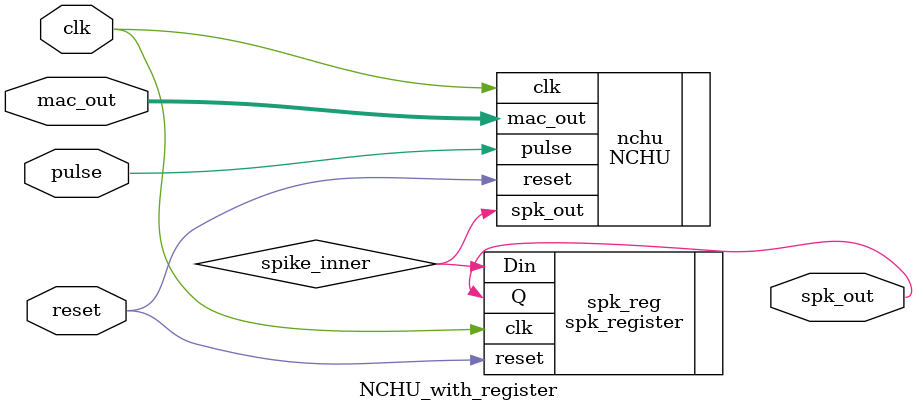
<source format=v>
`timescale 1ns / 1ps

module NCHU_with_register(input [7:0] mac_out, output spk_out, input clk, input pulse, input reset);
wire spike_inner;
 NCHU nchu(.mac_out(mac_out), .spk_out(spike_inner), .clk(clk), .pulse(pulse),.reset(reset));
 spk_register spk_reg(.Din(spike_inner), .clk(clk), .reset(reset), .Q(spk_out));
endmodule


</source>
